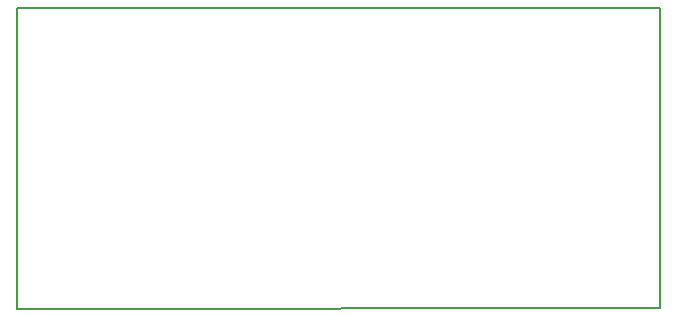
<source format=gm1>
G04 #@! TF.GenerationSoftware,KiCad,Pcbnew,(5.0.2)-1*
G04 #@! TF.CreationDate,2019-03-02T08:42:05-05:00*
G04 #@! TF.ProjectId,ENN-node.v1,454e4e2d-6e6f-4646-952e-76312e6b6963,rev?*
G04 #@! TF.SameCoordinates,Original*
G04 #@! TF.FileFunction,Profile,NP*
%FSLAX46Y46*%
G04 Gerber Fmt 4.6, Leading zero omitted, Abs format (unit mm)*
G04 Created by KiCad (PCBNEW (5.0.2)-1) date 3/2/2019 8:42:05 AM*
%MOMM*%
%LPD*%
G01*
G04 APERTURE LIST*
%ADD10C,0.150000*%
G04 APERTURE END LIST*
D10*
X126187200Y-85598000D02*
X180594000Y-85598000D01*
X126187200Y-111048800D02*
X126187200Y-85598000D01*
X180594000Y-110998000D02*
X126187200Y-111048800D01*
X180594000Y-85598000D02*
X180594000Y-110998000D01*
M02*

</source>
